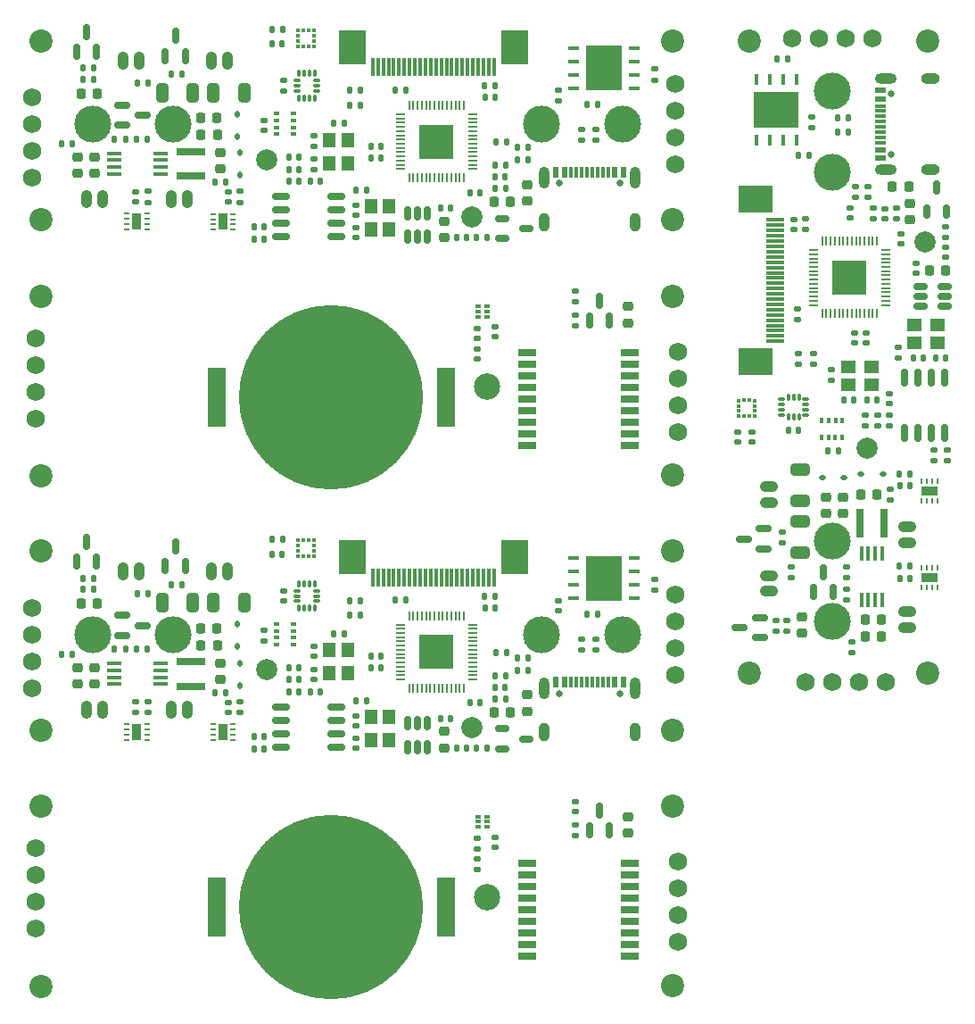
<source format=gbr>
%TF.GenerationSoftware,KiCad,Pcbnew,8.0.2*%
%TF.CreationDate,2024-05-05T17:49:43+09:00*%
%TF.ProjectId,ikafly_rev1_p,696b6166-6c79-45f7-9265-76315f702e6b,rev?*%
%TF.SameCoordinates,Original*%
%TF.FileFunction,Soldermask,Top*%
%TF.FilePolarity,Negative*%
%FSLAX46Y46*%
G04 Gerber Fmt 4.6, Leading zero omitted, Abs format (unit mm)*
G04 Created by KiCad (PCBNEW 8.0.2) date 2024-05-05 17:49:43*
%MOMM*%
%LPD*%
G01*
G04 APERTURE LIST*
G04 Aperture macros list*
%AMRoundRect*
0 Rectangle with rounded corners*
0 $1 Rounding radius*
0 $2 $3 $4 $5 $6 $7 $8 $9 X,Y pos of 4 corners*
0 Add a 4 corners polygon primitive as box body*
4,1,4,$2,$3,$4,$5,$6,$7,$8,$9,$2,$3,0*
0 Add four circle primitives for the rounded corners*
1,1,$1+$1,$2,$3*
1,1,$1+$1,$4,$5*
1,1,$1+$1,$6,$7*
1,1,$1+$1,$8,$9*
0 Add four rect primitives between the rounded corners*
20,1,$1+$1,$2,$3,$4,$5,0*
20,1,$1+$1,$4,$5,$6,$7,0*
20,1,$1+$1,$6,$7,$8,$9,0*
20,1,$1+$1,$8,$9,$2,$3,0*%
G04 Aperture macros list end*
%ADD10R,0.450000X1.425000*%
%ADD11RoundRect,0.135000X0.185000X-0.135000X0.185000X0.135000X-0.185000X0.135000X-0.185000X-0.135000X0*%
%ADD12RoundRect,0.140000X0.140000X0.170000X-0.140000X0.170000X-0.140000X-0.170000X0.140000X-0.170000X0*%
%ADD13RoundRect,0.140000X0.170000X-0.140000X0.170000X0.140000X-0.170000X0.140000X-0.170000X-0.140000X0*%
%ADD14RoundRect,0.135000X-0.185000X0.135000X-0.185000X-0.135000X0.185000X-0.135000X0.185000X0.135000X0*%
%ADD15RoundRect,0.225000X0.250000X-0.225000X0.250000X0.225000X-0.250000X0.225000X-0.250000X-0.225000X0*%
%ADD16O,1.730000X1.030000*%
%ADD17RoundRect,0.225000X-0.250000X0.225000X-0.250000X-0.225000X0.250000X-0.225000X0.250000X0.225000X0*%
%ADD18RoundRect,0.150000X0.150000X-0.675000X0.150000X0.675000X-0.150000X0.675000X-0.150000X-0.675000X0*%
%ADD19RoundRect,0.250000X-0.650000X0.325000X-0.650000X-0.325000X0.650000X-0.325000X0.650000X0.325000X0*%
%ADD20RoundRect,0.140000X-0.170000X0.140000X-0.170000X-0.140000X0.170000X-0.140000X0.170000X0.140000X0*%
%ADD21RoundRect,0.147500X-0.172500X0.147500X-0.172500X-0.147500X0.172500X-0.147500X0.172500X0.147500X0*%
%ADD22R,1.400000X1.200000*%
%ADD23RoundRect,0.135000X0.135000X0.185000X-0.135000X0.185000X-0.135000X-0.185000X0.135000X-0.185000X0*%
%ADD24RoundRect,0.147500X0.172500X-0.147500X0.172500X0.147500X-0.172500X0.147500X-0.172500X-0.147500X0*%
%ADD25RoundRect,0.218750X0.256250X-0.218750X0.256250X0.218750X-0.256250X0.218750X-0.256250X-0.218750X0*%
%ADD26R,0.250000X0.500000*%
%ADD27R,1.600000X0.900000*%
%ADD28RoundRect,0.225000X0.225000X0.250000X-0.225000X0.250000X-0.225000X-0.250000X0.225000X-0.250000X0*%
%ADD29R,0.450000X1.050000*%
%ADD30R,4.350000X3.450000*%
%ADD31R,0.375000X0.350000*%
%ADD32R,0.350000X0.375000*%
%ADD33C,2.000000*%
%ADD34RoundRect,0.150000X0.587500X0.150000X-0.587500X0.150000X-0.587500X-0.150000X0.587500X-0.150000X0*%
%ADD35RoundRect,0.150000X0.150000X-0.512500X0.150000X0.512500X-0.150000X0.512500X-0.150000X-0.512500X0*%
%ADD36RoundRect,0.150000X0.512500X0.150000X-0.512500X0.150000X-0.512500X-0.150000X0.512500X-0.150000X0*%
%ADD37RoundRect,0.050000X-0.387500X-0.050000X0.387500X-0.050000X0.387500X0.050000X-0.387500X0.050000X0*%
%ADD38RoundRect,0.050000X-0.050000X-0.387500X0.050000X-0.387500X0.050000X0.387500X-0.050000X0.387500X0*%
%ADD39R,3.200000X3.200000*%
%ADD40C,2.200000*%
%ADD41RoundRect,0.140000X-0.140000X-0.170000X0.140000X-0.170000X0.140000X0.170000X-0.140000X0.170000X0*%
%ADD42R,0.350000X0.500000*%
%ADD43RoundRect,0.150000X0.150000X-0.587500X0.150000X0.587500X-0.150000X0.587500X-0.150000X-0.587500X0*%
%ADD44C,3.500000*%
%ADD45RoundRect,0.087500X-0.225000X-0.087500X0.225000X-0.087500X0.225000X0.087500X-0.225000X0.087500X0*%
%ADD46RoundRect,0.087500X-0.087500X-0.225000X0.087500X-0.225000X0.087500X0.225000X-0.087500X0.225000X0*%
%ADD47RoundRect,0.218750X-0.218750X-0.256250X0.218750X-0.256250X0.218750X0.256250X-0.218750X0.256250X0*%
%ADD48RoundRect,0.112500X-0.187500X-0.112500X0.187500X-0.112500X0.187500X0.112500X-0.187500X0.112500X0*%
%ADD49RoundRect,0.112500X0.187500X0.112500X-0.187500X0.112500X-0.187500X-0.112500X0.187500X-0.112500X0*%
%ADD50R,3.200000X2.500000*%
%ADD51R,1.800000X0.350000*%
%ADD52C,0.650000*%
%ADD53R,1.140000X0.600000*%
%ADD54R,1.140000X0.300000*%
%ADD55O,2.100000X1.000000*%
%ADD56O,1.800000X1.000000*%
%ADD57C,1.750000*%
%ADD58RoundRect,0.225000X-0.225000X-0.250000X0.225000X-0.250000X0.225000X0.250000X-0.225000X0.250000X0*%
%ADD59R,0.800000X2.700000*%
%ADD60R,1.425000X0.450000*%
%ADD61RoundRect,0.135000X-0.135000X-0.185000X0.135000X-0.185000X0.135000X0.185000X-0.135000X0.185000X0*%
%ADD62O,1.030000X1.730000*%
%ADD63RoundRect,0.150000X-0.675000X-0.150000X0.675000X-0.150000X0.675000X0.150000X-0.675000X0.150000X0*%
%ADD64RoundRect,0.250000X0.325000X0.650000X-0.325000X0.650000X-0.325000X-0.650000X0.325000X-0.650000X0*%
%ADD65RoundRect,0.147500X0.147500X0.172500X-0.147500X0.172500X-0.147500X-0.172500X0.147500X-0.172500X0*%
%ADD66R,0.600000X0.300000*%
%ADD67R,1.200000X1.400000*%
%ADD68RoundRect,0.147500X-0.147500X-0.172500X0.147500X-0.172500X0.147500X0.172500X-0.147500X0.172500X0*%
%ADD69R,0.500000X0.250000*%
%ADD70R,0.900000X1.600000*%
%ADD71R,1.050000X0.450000*%
%ADD72R,3.450000X4.350000*%
%ADD73RoundRect,0.150000X-0.512500X-0.150000X0.512500X-0.150000X0.512500X0.150000X-0.512500X0.150000X0*%
%ADD74R,1.750000X5.600000*%
%ADD75C,17.500000*%
%ADD76RoundRect,0.050000X-0.050000X0.387500X-0.050000X-0.387500X0.050000X-0.387500X0.050000X0.387500X0*%
%ADD77RoundRect,0.050000X-0.387500X0.050000X-0.387500X-0.050000X0.387500X-0.050000X0.387500X0.050000X0*%
%ADD78R,0.500000X0.350000*%
%ADD79RoundRect,0.150000X-0.587500X-0.150000X0.587500X-0.150000X0.587500X0.150000X-0.587500X0.150000X0*%
%ADD80RoundRect,0.087500X-0.087500X0.225000X-0.087500X-0.225000X0.087500X-0.225000X0.087500X0.225000X0*%
%ADD81RoundRect,0.087500X-0.225000X0.087500X-0.225000X-0.087500X0.225000X-0.087500X0.225000X0.087500X0*%
%ADD82RoundRect,0.218750X-0.256250X0.218750X-0.256250X-0.218750X0.256250X-0.218750X0.256250X0.218750X0*%
%ADD83C,2.500000*%
%ADD84RoundRect,0.112500X-0.112500X0.187500X-0.112500X-0.187500X0.112500X-0.187500X0.112500X0.187500X0*%
%ADD85RoundRect,0.112500X0.112500X-0.187500X0.112500X0.187500X-0.112500X0.187500X-0.112500X-0.187500X0*%
%ADD86R,2.500000X3.200000*%
%ADD87R,0.350000X1.800000*%
%ADD88R,0.600000X1.140000*%
%ADD89R,0.300000X1.140000*%
%ADD90O,1.000000X2.100000*%
%ADD91O,1.000000X1.800000*%
%ADD92R,1.800000X0.800000*%
%ADD93R,2.700000X0.800000*%
G04 APERTURE END LIST*
D10*
%TO.C,PS1*%
X168375000Y-102313000D03*
X167725000Y-102313000D03*
X167075000Y-102313000D03*
X166425000Y-102313000D03*
X166425000Y-106737000D03*
X167075000Y-106737000D03*
X167725000Y-106737000D03*
X168375000Y-106737000D03*
%TD*%
D11*
%TO.C,R4*%
X163600000Y-85910000D03*
X163600000Y-84890000D03*
%TD*%
D12*
%TO.C,C23*%
X160480000Y-90650000D03*
X159520000Y-90650000D03*
%TD*%
D13*
%TO.C,C27*%
X167950000Y-90180000D03*
X167950000Y-89220000D03*
%TD*%
D11*
%TO.C,R9*%
X161850000Y-84360000D03*
X161850000Y-83340000D03*
%TD*%
D14*
%TO.C,R22*%
X169150000Y-96190000D03*
X169150000Y-97210000D03*
%TD*%
D15*
%TO.C,C36*%
X171050000Y-70675000D03*
X171050000Y-69125000D03*
%TD*%
D11*
%TO.C,R5*%
X161750000Y-61910000D03*
X161750000Y-60890000D03*
%TD*%
D16*
%TO.C,J2*%
X170750000Y-99782500D03*
X170750000Y-101282500D03*
%TD*%
D13*
%TO.C,C3*%
X165350000Y-70480000D03*
X165350000Y-69520000D03*
%TD*%
D17*
%TO.C,C41*%
X160750000Y-108325000D03*
X160750000Y-109875000D03*
%TD*%
D18*
%TO.C,IC10*%
X170540000Y-90925000D03*
X171810000Y-90925000D03*
X173080000Y-90925000D03*
X174350000Y-90925000D03*
X174350000Y-85675000D03*
X173080000Y-85675000D03*
X171810000Y-85675000D03*
X170540000Y-85675000D03*
%TD*%
D13*
%TO.C,C24*%
X154650000Y-91730000D03*
X154650000Y-90770000D03*
%TD*%
D19*
%TO.C,C37*%
X160650000Y-99250000D03*
X160650000Y-102200000D03*
%TD*%
D20*
%TO.C,C25*%
X156050000Y-90820000D03*
X156050000Y-91780000D03*
%TD*%
D21*
%TO.C,L4*%
X174430000Y-71355000D03*
X174430000Y-72325000D03*
%TD*%
D16*
%TO.C,J1*%
X170750000Y-107852500D03*
X170750000Y-109352500D03*
%TD*%
D13*
%TO.C,C4*%
X167550000Y-70560000D03*
X167550000Y-69600000D03*
%TD*%
D20*
%TO.C,C5*%
X166850000Y-81420000D03*
X166850000Y-82380000D03*
%TD*%
D22*
%TO.C,Y2*%
X173650000Y-80640000D03*
X171450000Y-80640000D03*
X171450000Y-82340000D03*
X173650000Y-82340000D03*
%TD*%
D20*
%TO.C,C31*%
X174412500Y-73270000D03*
X174412500Y-74230000D03*
%TD*%
D11*
%TO.C,R8*%
X160450000Y-84360000D03*
X160450000Y-83340000D03*
%TD*%
D23*
%TO.C,R11*%
X165160000Y-62400000D03*
X164140000Y-62400000D03*
%TD*%
D24*
%TO.C,L3*%
X169100000Y-88135000D03*
X169100000Y-87165000D03*
%TD*%
D25*
%TO.C,F1*%
X164700000Y-98537500D03*
X164700000Y-96962500D03*
%TD*%
D20*
%TO.C,C30*%
X174550000Y-92520000D03*
X174550000Y-93480000D03*
%TD*%
D26*
%TO.C,IC14*%
X172170000Y-97350000D03*
X172670000Y-97350000D03*
X173170000Y-97350000D03*
X173670000Y-97350000D03*
X173670000Y-95450000D03*
X173170000Y-95450000D03*
X172670000Y-95450000D03*
X172170000Y-95450000D03*
D27*
X172920000Y-96400000D03*
%TD*%
D28*
%TO.C,C42*%
X168325000Y-108600000D03*
X166775000Y-108600000D03*
%TD*%
D23*
%TO.C,R3*%
X159460000Y-55400000D03*
X158440000Y-55400000D03*
%TD*%
D29*
%TO.C,IC1*%
X160250000Y-57400000D03*
X158980000Y-57400000D03*
X157710000Y-57400000D03*
X156440000Y-57400000D03*
X156440000Y-63100000D03*
X157710000Y-63100000D03*
X158980000Y-63100000D03*
X160250000Y-63100000D03*
D30*
X158345000Y-60250000D03*
%TD*%
D31*
%TO.C,IC8*%
X154737500Y-87812500D03*
X154737500Y-88312500D03*
X154737500Y-88812500D03*
X154737500Y-89312500D03*
D32*
X155250000Y-89325000D03*
X155750000Y-89325000D03*
D31*
X156262500Y-89312500D03*
X156262500Y-88812500D03*
X156262500Y-88312500D03*
X156262500Y-87812500D03*
D32*
X155750000Y-87800000D03*
X155250000Y-87800000D03*
%TD*%
D33*
%TO.C,AE3*%
X172450000Y-72800000D03*
%TD*%
%TO.C,AE2*%
X167000000Y-92300000D03*
%TD*%
D34*
%TO.C,Q2*%
X157185000Y-101880000D03*
X157185000Y-99980000D03*
X155310000Y-100930000D03*
%TD*%
D23*
%TO.C,R28*%
X171060000Y-94800000D03*
X170040000Y-94800000D03*
%TD*%
D13*
%TO.C,C28*%
X169100000Y-90180000D03*
X169100000Y-89220000D03*
%TD*%
D35*
%TO.C,IC12*%
X172600000Y-69875000D03*
X174500000Y-69875000D03*
X173550000Y-67600000D03*
%TD*%
D22*
%TO.C,Y1*%
X165150000Y-86300000D03*
X167350000Y-86300000D03*
X167350000Y-84600000D03*
X165150000Y-84600000D03*
%TD*%
D12*
%TO.C,C32*%
X174430000Y-83790000D03*
X173470000Y-83790000D03*
%TD*%
D14*
%TO.C,R19*%
X158950000Y-100290000D03*
X158950000Y-101310000D03*
%TD*%
D11*
%TO.C,R21*%
X165050000Y-104610000D03*
X165050000Y-103590000D03*
%TD*%
D36*
%TO.C,IC11*%
X174350000Y-78900000D03*
X174350000Y-77950000D03*
X174350000Y-77000000D03*
X172075000Y-77000000D03*
X172075000Y-77950000D03*
X172075000Y-78900000D03*
%TD*%
D37*
%TO.C,IC2*%
X161875000Y-73550000D03*
X161875000Y-73950000D03*
X161875000Y-74350000D03*
X161875000Y-74750000D03*
X161875000Y-75150000D03*
X161875000Y-75550000D03*
X161875000Y-75950000D03*
X161875000Y-76350000D03*
X161875000Y-76750000D03*
X161875000Y-77150000D03*
X161875000Y-77550000D03*
X161875000Y-77950000D03*
X161875000Y-78350000D03*
X161875000Y-78750000D03*
D38*
X162712500Y-79587500D03*
X163112500Y-79587500D03*
X163512500Y-79587500D03*
X163912500Y-79587500D03*
X164312500Y-79587500D03*
X164712500Y-79587500D03*
X165112500Y-79587500D03*
X165512500Y-79587500D03*
X165912500Y-79587500D03*
X166312500Y-79587500D03*
X166712500Y-79587500D03*
X167112500Y-79587500D03*
X167512500Y-79587500D03*
X167912500Y-79587500D03*
D37*
X168750000Y-78750000D03*
X168750000Y-78350000D03*
X168750000Y-77950000D03*
X168750000Y-77550000D03*
X168750000Y-77150000D03*
X168750000Y-76750000D03*
X168750000Y-76350000D03*
X168750000Y-75950000D03*
X168750000Y-75550000D03*
X168750000Y-75150000D03*
X168750000Y-74750000D03*
X168750000Y-74350000D03*
X168750000Y-73950000D03*
X168750000Y-73550000D03*
D38*
X167912500Y-72712500D03*
X167512500Y-72712500D03*
X167112500Y-72712500D03*
X166712500Y-72712500D03*
X166312500Y-72712500D03*
X165912500Y-72712500D03*
X165512500Y-72712500D03*
X165112500Y-72712500D03*
X164712500Y-72712500D03*
X164312500Y-72712500D03*
X163912500Y-72712500D03*
X163512500Y-72712500D03*
X163112500Y-72712500D03*
X162712500Y-72712500D03*
D39*
X165312500Y-76150000D03*
%TD*%
D12*
%TO.C,C46*%
X171050000Y-95900000D03*
X170090000Y-95900000D03*
%TD*%
D14*
%TO.C,R2*%
X167050000Y-67490000D03*
X167050000Y-68510000D03*
%TD*%
D11*
%TO.C,R15*%
X160400000Y-80110000D03*
X160400000Y-79090000D03*
%TD*%
D13*
%TO.C,C6*%
X161150000Y-71560000D03*
X161150000Y-70600000D03*
%TD*%
D14*
%TO.C,R23*%
X165050000Y-105680000D03*
X165050000Y-106700000D03*
%TD*%
D40*
%TO.C,H4*%
X172750000Y-53700000D03*
%TD*%
D20*
%TO.C,C12*%
X170150000Y-72020000D03*
X170150000Y-72980000D03*
%TD*%
D41*
%TO.C,C11*%
X160470000Y-64600000D03*
X161430000Y-64600000D03*
%TD*%
D20*
%TO.C,C8*%
X165750000Y-81400000D03*
X165750000Y-82360000D03*
%TD*%
D13*
%TO.C,C33*%
X171600000Y-75760000D03*
X171600000Y-74800000D03*
%TD*%
%TO.C,C7*%
X169750000Y-70560000D03*
X169750000Y-69600000D03*
%TD*%
D40*
%TO.C,H3*%
X155750000Y-53700000D03*
%TD*%
%TO.C,H2*%
X172750000Y-113700000D03*
%TD*%
D12*
%TO.C,C44*%
X171030000Y-104700000D03*
X170070000Y-104700000D03*
%TD*%
D42*
%TO.C,IC9*%
X162669057Y-89705000D03*
X163319057Y-89705000D03*
X163969057Y-89705000D03*
X164619057Y-89705000D03*
X164609057Y-91305000D03*
X163959057Y-91305000D03*
X163309057Y-91305000D03*
X162659057Y-91305000D03*
%TD*%
D14*
%TO.C,R1*%
X165850000Y-67490000D03*
X165850000Y-68510000D03*
%TD*%
D20*
%TO.C,C29*%
X173350000Y-92520000D03*
X173350000Y-93480000D03*
%TD*%
D43*
%TO.C,Q3*%
X161850000Y-105937500D03*
X163750000Y-105937500D03*
X162800000Y-104062500D03*
%TD*%
D19*
%TO.C,C38*%
X160650000Y-94400000D03*
X160650000Y-97350000D03*
%TD*%
D44*
%TO.C,BT1*%
X163650000Y-108800000D03*
X163650000Y-101150000D03*
X163650000Y-66150000D03*
X163650000Y-58500000D03*
%TD*%
D11*
%TO.C,R16*%
X169950000Y-83800000D03*
X169950000Y-82780000D03*
%TD*%
D13*
%TO.C,C9*%
X160050000Y-71580000D03*
X160050000Y-70620000D03*
%TD*%
D28*
%TO.C,C43*%
X168325000Y-110200000D03*
X166775000Y-110200000D03*
%TD*%
%TO.C,C35*%
X170925000Y-67500000D03*
X169375000Y-67500000D03*
%TD*%
D14*
%TO.C,R20*%
X159750000Y-103560000D03*
X159750000Y-104580000D03*
%TD*%
D45*
%TO.C,IC7*%
X158837500Y-87700000D03*
X158837500Y-88200000D03*
X158837500Y-88700000D03*
X158837500Y-89200000D03*
D46*
X159500000Y-89362500D03*
X160000000Y-89362500D03*
X160500000Y-89362500D03*
D45*
X161162500Y-89200000D03*
X161162500Y-88700000D03*
X161162500Y-88200000D03*
X161162500Y-87700000D03*
D46*
X160500000Y-87537500D03*
X160000000Y-87537500D03*
X159500000Y-87537500D03*
%TD*%
D47*
%TO.C,L5*%
X172862500Y-75450000D03*
X174437500Y-75450000D03*
%TD*%
D48*
%TO.C,D4*%
X166400000Y-94800000D03*
X168500000Y-94800000D03*
%TD*%
D49*
%TO.C,D3*%
X164800000Y-95100000D03*
X162700000Y-95100000D03*
%TD*%
D50*
%TO.C,J8*%
X156350000Y-84150000D03*
X156350000Y-68750000D03*
D51*
X158250000Y-82200000D03*
X158250000Y-81700000D03*
X158250000Y-81200000D03*
X158250000Y-80700000D03*
X158250000Y-80200000D03*
X158250000Y-79700000D03*
X158250000Y-79200000D03*
X158250000Y-78700000D03*
X158250000Y-78200000D03*
X158250000Y-77700000D03*
X158250000Y-77200000D03*
X158250000Y-76700000D03*
X158250000Y-76200000D03*
X158250000Y-75700000D03*
X158250000Y-75200000D03*
X158250000Y-74700000D03*
X158250000Y-74200000D03*
X158250000Y-73700000D03*
X158250000Y-73200000D03*
X158250000Y-72700000D03*
X158250000Y-72200000D03*
X158250000Y-71700000D03*
X158250000Y-71200000D03*
X158250000Y-70700000D03*
%TD*%
D23*
%TO.C,R10*%
X165160000Y-61000000D03*
X164140000Y-61000000D03*
%TD*%
D34*
%TO.C,Q4*%
X156770000Y-110310000D03*
X156770000Y-108410000D03*
X154895000Y-109360000D03*
%TD*%
D26*
%TO.C,IC13*%
X172150000Y-105550000D03*
X172650000Y-105550000D03*
X173150000Y-105550000D03*
X173650000Y-105550000D03*
X173650000Y-103650000D03*
X173150000Y-103650000D03*
X172650000Y-103650000D03*
X172150000Y-103650000D03*
D27*
X172900000Y-104600000D03*
%TD*%
D16*
%TO.C,J3*%
X157650000Y-105900000D03*
X157650000Y-104400000D03*
%TD*%
%TO.C,J4*%
X157650000Y-97487500D03*
X157650000Y-95987500D03*
%TD*%
D11*
%TO.C,R26*%
X158320000Y-109730000D03*
X158320000Y-108710000D03*
%TD*%
D14*
%TO.C,R25*%
X159380000Y-108700000D03*
X159380000Y-109720000D03*
%TD*%
D40*
%TO.C,H1*%
X155750000Y-113700000D03*
%TD*%
D52*
%TO.C,J6*%
X169270000Y-64510000D03*
X169270000Y-58730000D03*
D53*
X168200000Y-64820000D03*
X168200000Y-64020000D03*
D54*
X168200000Y-63370000D03*
X168200000Y-62870000D03*
X168200000Y-62370000D03*
X168200000Y-61870000D03*
X168200000Y-61370000D03*
X168200000Y-60870000D03*
X168200000Y-60370000D03*
X168200000Y-59870000D03*
D53*
X168200000Y-59220000D03*
X168200000Y-58420000D03*
D55*
X168770000Y-65940000D03*
D56*
X172950000Y-65940000D03*
D55*
X168770000Y-57300000D03*
D56*
X172950000Y-57300000D03*
%TD*%
D57*
%TO.C,J5*%
X161115000Y-114500000D03*
X163655000Y-114500000D03*
X166195000Y-114500000D03*
X168735000Y-114500000D03*
X159845000Y-53500000D03*
X162385000Y-53500000D03*
X164925000Y-53500000D03*
X167465000Y-53500000D03*
%TD*%
D13*
%TO.C,C10*%
X168650000Y-70580000D03*
X168650000Y-69620000D03*
%TD*%
D58*
%TO.C,C40*%
X166375000Y-96700000D03*
X167925000Y-96700000D03*
%TD*%
D17*
%TO.C,C39*%
X163050000Y-96975000D03*
X163050000Y-98525000D03*
%TD*%
D12*
%TO.C,C26*%
X164230000Y-92550000D03*
X163270000Y-92550000D03*
%TD*%
D14*
%TO.C,R24*%
X165550000Y-110690000D03*
X165550000Y-111710000D03*
%TD*%
D41*
%TO.C,C2*%
X166970000Y-87750000D03*
X167930000Y-87750000D03*
%TD*%
D23*
%TO.C,R27*%
X171060000Y-103500000D03*
X170040000Y-103500000D03*
%TD*%
D12*
%TO.C,C1*%
X165730000Y-87750000D03*
X164770000Y-87750000D03*
%TD*%
D59*
%TO.C,L6*%
X166250000Y-99425000D03*
X168550000Y-99425000D03*
%TD*%
D24*
%TO.C,L2*%
X166800000Y-90185000D03*
X166800000Y-89215000D03*
%TD*%
D41*
%TO.C,C34*%
X171350000Y-83790000D03*
X172310000Y-83790000D03*
%TD*%
D60*
%TO.C,PS1*%
X99937000Y-114725000D03*
X99937000Y-114075000D03*
X99937000Y-113425000D03*
X99937000Y-112775000D03*
X95513000Y-112775000D03*
X95513000Y-113425000D03*
X95513000Y-114075000D03*
X95513000Y-114725000D03*
%TD*%
D61*
%TO.C,R4*%
X116340000Y-109950000D03*
X117360000Y-109950000D03*
%TD*%
D13*
%TO.C,C23*%
X111600000Y-106830000D03*
X111600000Y-105870000D03*
%TD*%
D41*
%TO.C,C27*%
X112070000Y-114300000D03*
X113030000Y-114300000D03*
%TD*%
D61*
%TO.C,R9*%
X117890000Y-108200000D03*
X118910000Y-108200000D03*
%TD*%
D23*
%TO.C,R22*%
X106060000Y-115500000D03*
X105040000Y-115500000D03*
%TD*%
D58*
%TO.C,C36*%
X131575000Y-117400000D03*
X133125000Y-117400000D03*
%TD*%
D61*
%TO.C,R5*%
X140340000Y-108100000D03*
X141360000Y-108100000D03*
%TD*%
D62*
%TO.C,J2*%
X102467500Y-117100000D03*
X100967500Y-117100000D03*
%TD*%
D41*
%TO.C,C3*%
X131770000Y-111700000D03*
X132730000Y-111700000D03*
%TD*%
D28*
%TO.C,C41*%
X93925000Y-107100000D03*
X92375000Y-107100000D03*
%TD*%
D63*
%TO.C,IC10*%
X111325000Y-116890000D03*
X111325000Y-118160000D03*
X111325000Y-119430000D03*
X111325000Y-120700000D03*
X116575000Y-120700000D03*
X116575000Y-119430000D03*
X116575000Y-118160000D03*
X116575000Y-116890000D03*
%TD*%
D41*
%TO.C,C24*%
X110520000Y-101000000D03*
X111480000Y-101000000D03*
%TD*%
D13*
%TO.C,C13*%
X129950000Y-132280000D03*
X129950000Y-131320000D03*
%TD*%
D64*
%TO.C,C37*%
X103000000Y-107000000D03*
X100050000Y-107000000D03*
%TD*%
D12*
%TO.C,C25*%
X111430000Y-102400000D03*
X110470000Y-102400000D03*
%TD*%
D24*
%TO.C,L1*%
X129950000Y-130320000D03*
X129950000Y-129350000D03*
%TD*%
D65*
%TO.C,L4*%
X130895000Y-120780000D03*
X129925000Y-120780000D03*
%TD*%
D62*
%TO.C,J1*%
X94397500Y-117100000D03*
X92897500Y-117100000D03*
%TD*%
D66*
%TO.C,IC3*%
X130030000Y-127262500D03*
X130030000Y-127752500D03*
X130030000Y-128272500D03*
X130870000Y-128262500D03*
X130870000Y-127762500D03*
X130870000Y-127262500D03*
%TD*%
D41*
%TO.C,C4*%
X131690000Y-113900000D03*
X132650000Y-113900000D03*
%TD*%
D12*
%TO.C,C5*%
X120830000Y-113200000D03*
X119870000Y-113200000D03*
%TD*%
D67*
%TO.C,Y2*%
X121610000Y-120000000D03*
X121610000Y-117800000D03*
X119910000Y-117800000D03*
X119910000Y-120000000D03*
%TD*%
D12*
%TO.C,C31*%
X128980000Y-120762500D03*
X128020000Y-120762500D03*
%TD*%
D40*
%TO.C,H7*%
X148550000Y-143300000D03*
%TD*%
D15*
%TO.C,C16*%
X144300000Y-128850000D03*
X144300000Y-127300000D03*
%TD*%
D61*
%TO.C,R8*%
X117890000Y-106800000D03*
X118910000Y-106800000D03*
%TD*%
D11*
%TO.C,R11*%
X139850000Y-111510000D03*
X139850000Y-110490000D03*
%TD*%
D68*
%TO.C,L3*%
X114115000Y-115450000D03*
X115085000Y-115450000D03*
%TD*%
D47*
%TO.C,F1*%
X103712500Y-111050000D03*
X105287500Y-111050000D03*
%TD*%
D12*
%TO.C,C30*%
X109730000Y-120900000D03*
X108770000Y-120900000D03*
%TD*%
D69*
%TO.C,IC14*%
X104900000Y-118520000D03*
X104900000Y-119020000D03*
X104900000Y-119520000D03*
X104900000Y-120020000D03*
X106800000Y-120020000D03*
X106800000Y-119520000D03*
X106800000Y-119020000D03*
X106800000Y-118520000D03*
D70*
X105850000Y-119270000D03*
%TD*%
D15*
%TO.C,C42*%
X93650000Y-114675000D03*
X93650000Y-113125000D03*
%TD*%
D11*
%TO.C,R3*%
X146850000Y-105810000D03*
X146850000Y-104790000D03*
%TD*%
D71*
%TO.C,IC1*%
X144850000Y-106600000D03*
X144850000Y-105330000D03*
X144850000Y-104060000D03*
X144850000Y-102790000D03*
X139150000Y-102790000D03*
X139150000Y-104060000D03*
X139150000Y-105330000D03*
X139150000Y-106600000D03*
D72*
X142000000Y-104695000D03*
%TD*%
D32*
%TO.C,IC8*%
X114437500Y-101087500D03*
X113937500Y-101087500D03*
X113437500Y-101087500D03*
X112937500Y-101087500D03*
D31*
X112925000Y-101600000D03*
X112925000Y-102100000D03*
D32*
X112937500Y-102612500D03*
X113437500Y-102612500D03*
X113937500Y-102612500D03*
X114437500Y-102612500D03*
D31*
X114450000Y-102100000D03*
X114450000Y-101600000D03*
%TD*%
D33*
%TO.C,AE3*%
X129450000Y-118800000D03*
%TD*%
D13*
%TO.C,C15*%
X139300000Y-126810000D03*
X139300000Y-125850000D03*
%TD*%
D33*
%TO.C,AE2*%
X109950000Y-113350000D03*
%TD*%
D14*
%TO.C,R12*%
X139300000Y-128090000D03*
X139300000Y-129110000D03*
%TD*%
D43*
%TO.C,Q1*%
X140620000Y-128600000D03*
X142520000Y-128600000D03*
X141570000Y-126725000D03*
%TD*%
%TO.C,Q2*%
X100370000Y-103535000D03*
X102270000Y-103535000D03*
X101320000Y-101660000D03*
%TD*%
D11*
%TO.C,R28*%
X107450000Y-117410000D03*
X107450000Y-116390000D03*
%TD*%
D41*
%TO.C,C28*%
X112070000Y-115450000D03*
X113030000Y-115450000D03*
%TD*%
D73*
%TO.C,IC12*%
X132375000Y-118950000D03*
X132375000Y-120850000D03*
X134650000Y-119900000D03*
%TD*%
D74*
%TO.C,BT2*%
X105225000Y-135880000D03*
X126975000Y-135880000D03*
D75*
X116100000Y-135880000D03*
%TD*%
D67*
%TO.C,Y1*%
X115950000Y-111500000D03*
X115950000Y-113700000D03*
X117650000Y-113700000D03*
X117650000Y-111500000D03*
%TD*%
D13*
%TO.C,C32*%
X118460000Y-120780000D03*
X118460000Y-119820000D03*
%TD*%
D23*
%TO.C,R19*%
X101960000Y-105300000D03*
X100940000Y-105300000D03*
%TD*%
D61*
%TO.C,R21*%
X97640000Y-111400000D03*
X98660000Y-111400000D03*
%TD*%
D35*
%TO.C,IC11*%
X123350000Y-120700000D03*
X124300000Y-120700000D03*
X125250000Y-120700000D03*
X125250000Y-118425000D03*
X124300000Y-118425000D03*
X123350000Y-118425000D03*
%TD*%
D76*
%TO.C,IC2*%
X128700000Y-108225000D03*
X128300000Y-108225000D03*
X127900000Y-108225000D03*
X127500000Y-108225000D03*
X127100000Y-108225000D03*
X126700000Y-108225000D03*
X126300000Y-108225000D03*
X125900000Y-108225000D03*
X125500000Y-108225000D03*
X125100000Y-108225000D03*
X124700000Y-108225000D03*
X124300000Y-108225000D03*
X123900000Y-108225000D03*
X123500000Y-108225000D03*
D77*
X122662500Y-109062500D03*
X122662500Y-109462500D03*
X122662500Y-109862500D03*
X122662500Y-110262500D03*
X122662500Y-110662500D03*
X122662500Y-111062500D03*
X122662500Y-111462500D03*
X122662500Y-111862500D03*
X122662500Y-112262500D03*
X122662500Y-112662500D03*
X122662500Y-113062500D03*
X122662500Y-113462500D03*
X122662500Y-113862500D03*
X122662500Y-114262500D03*
D76*
X123500000Y-115100000D03*
X123900000Y-115100000D03*
X124300000Y-115100000D03*
X124700000Y-115100000D03*
X125100000Y-115100000D03*
X125500000Y-115100000D03*
X125900000Y-115100000D03*
X126300000Y-115100000D03*
X126700000Y-115100000D03*
X127100000Y-115100000D03*
X127500000Y-115100000D03*
X127900000Y-115100000D03*
X128300000Y-115100000D03*
X128700000Y-115100000D03*
D77*
X129537500Y-114262500D03*
X129537500Y-113862500D03*
X129537500Y-113462500D03*
X129537500Y-113062500D03*
X129537500Y-112662500D03*
X129537500Y-112262500D03*
X129537500Y-111862500D03*
X129537500Y-111462500D03*
X129537500Y-111062500D03*
X129537500Y-110662500D03*
X129537500Y-110262500D03*
X129537500Y-109862500D03*
X129537500Y-109462500D03*
X129537500Y-109062500D03*
D39*
X126100000Y-111662500D03*
%TD*%
D13*
%TO.C,C46*%
X106350000Y-117400000D03*
X106350000Y-116440000D03*
%TD*%
D23*
%TO.C,R2*%
X134760000Y-113400000D03*
X133740000Y-113400000D03*
%TD*%
D61*
%TO.C,R15*%
X122140000Y-106750000D03*
X123160000Y-106750000D03*
%TD*%
D41*
%TO.C,C6*%
X130690000Y-107500000D03*
X131650000Y-107500000D03*
%TD*%
D23*
%TO.C,R23*%
X96570000Y-111400000D03*
X95550000Y-111400000D03*
%TD*%
D40*
%TO.C,H4*%
X148550000Y-119100000D03*
%TD*%
D12*
%TO.C,C12*%
X130230000Y-116500000D03*
X129270000Y-116500000D03*
%TD*%
D20*
%TO.C,C11*%
X137650000Y-106820000D03*
X137650000Y-107780000D03*
%TD*%
D40*
%TO.C,H5*%
X88550000Y-126300000D03*
%TD*%
D12*
%TO.C,C8*%
X120850000Y-112100000D03*
X119890000Y-112100000D03*
%TD*%
D41*
%TO.C,C33*%
X126490000Y-117950000D03*
X127450000Y-117950000D03*
%TD*%
%TO.C,C7*%
X131690000Y-116100000D03*
X132650000Y-116100000D03*
%TD*%
D40*
%TO.C,H3*%
X148550000Y-102100000D03*
%TD*%
%TO.C,H2*%
X88550000Y-119100000D03*
%TD*%
D13*
%TO.C,C44*%
X97550000Y-117380000D03*
X97550000Y-116420000D03*
%TD*%
D78*
%TO.C,IC9*%
X112545000Y-109019057D03*
X112545000Y-109669057D03*
X112545000Y-110319057D03*
X112545000Y-110969057D03*
X110945000Y-110959057D03*
X110945000Y-110309057D03*
X110945000Y-109659057D03*
X110945000Y-109009057D03*
%TD*%
D23*
%TO.C,R1*%
X134760000Y-112200000D03*
X133740000Y-112200000D03*
%TD*%
D12*
%TO.C,C29*%
X109730000Y-119700000D03*
X108770000Y-119700000D03*
%TD*%
D79*
%TO.C,Q3*%
X96312500Y-108200000D03*
X96312500Y-110100000D03*
X98187500Y-109150000D03*
%TD*%
D64*
%TO.C,C38*%
X107850000Y-107000000D03*
X104900000Y-107000000D03*
%TD*%
D44*
%TO.C,BT1*%
X93450000Y-110000000D03*
X101100000Y-110000000D03*
X136100000Y-110000000D03*
X143750000Y-110000000D03*
%TD*%
D57*
%TO.C,J7*%
X149050000Y-131570000D03*
X149050000Y-134110000D03*
X149050000Y-136650000D03*
X149050000Y-139190000D03*
X88050000Y-130300000D03*
X88050000Y-132840000D03*
X88050000Y-135380000D03*
X88050000Y-137920000D03*
%TD*%
D61*
%TO.C,R16*%
X118450000Y-116300000D03*
X119470000Y-116300000D03*
%TD*%
D41*
%TO.C,C9*%
X130670000Y-106400000D03*
X131630000Y-106400000D03*
%TD*%
D15*
%TO.C,C43*%
X92050000Y-114675000D03*
X92050000Y-113125000D03*
%TD*%
%TO.C,C35*%
X134750000Y-117275000D03*
X134750000Y-115725000D03*
%TD*%
D40*
%TO.C,H6*%
X88550000Y-143400000D03*
%TD*%
D23*
%TO.C,R20*%
X98690000Y-106100000D03*
X97670000Y-106100000D03*
%TD*%
D80*
%TO.C,IC7*%
X114550000Y-105187500D03*
X114050000Y-105187500D03*
X113550000Y-105187500D03*
X113050000Y-105187500D03*
D81*
X112887500Y-105850000D03*
X112887500Y-106350000D03*
X112887500Y-106850000D03*
D80*
X113050000Y-107512500D03*
X113550000Y-107512500D03*
X114050000Y-107512500D03*
X114550000Y-107512500D03*
D81*
X114712500Y-106850000D03*
X114712500Y-106350000D03*
X114712500Y-105850000D03*
%TD*%
D82*
%TO.C,L5*%
X126800000Y-119212500D03*
X126800000Y-120787500D03*
%TD*%
D20*
%TO.C,C14*%
X131650000Y-129220000D03*
X131650000Y-130180000D03*
%TD*%
D83*
%TO.C,AE1*%
X130900000Y-134880000D03*
%TD*%
D84*
%TO.C,D4*%
X107450000Y-112750000D03*
X107450000Y-114850000D03*
%TD*%
D85*
%TO.C,D3*%
X107150000Y-111150000D03*
X107150000Y-109050000D03*
%TD*%
D86*
%TO.C,J8*%
X118100000Y-102700000D03*
X133500000Y-102700000D03*
D87*
X120050000Y-104600000D03*
X120550000Y-104600000D03*
X121050000Y-104600000D03*
X121550000Y-104600000D03*
X122050000Y-104600000D03*
X122550000Y-104600000D03*
X123050000Y-104600000D03*
X123550000Y-104600000D03*
X124050000Y-104600000D03*
X124550000Y-104600000D03*
X125050000Y-104600000D03*
X125550000Y-104600000D03*
X126050000Y-104600000D03*
X126550000Y-104600000D03*
X127050000Y-104600000D03*
X127550000Y-104600000D03*
X128050000Y-104600000D03*
X128550000Y-104600000D03*
X129050000Y-104600000D03*
X129550000Y-104600000D03*
X130050000Y-104600000D03*
X130550000Y-104600000D03*
X131050000Y-104600000D03*
X131550000Y-104600000D03*
%TD*%
D11*
%TO.C,R10*%
X141250000Y-111510000D03*
X141250000Y-110490000D03*
%TD*%
D43*
%TO.C,Q4*%
X91940000Y-103120000D03*
X93840000Y-103120000D03*
X92890000Y-101245000D03*
%TD*%
D69*
%TO.C,IC13*%
X96700000Y-118500000D03*
X96700000Y-119000000D03*
X96700000Y-119500000D03*
X96700000Y-120000000D03*
X98600000Y-120000000D03*
X98600000Y-119500000D03*
X98600000Y-119000000D03*
X98600000Y-118500000D03*
D70*
X97650000Y-119250000D03*
%TD*%
D62*
%TO.C,J3*%
X96350000Y-104000000D03*
X97850000Y-104000000D03*
%TD*%
%TO.C,J4*%
X104762500Y-104000000D03*
X106262500Y-104000000D03*
%TD*%
D61*
%TO.C,R26*%
X92520000Y-104670000D03*
X93540000Y-104670000D03*
%TD*%
D23*
%TO.C,R25*%
X93550000Y-105730000D03*
X92530000Y-105730000D03*
%TD*%
D40*
%TO.C,H1*%
X88550000Y-102100000D03*
%TD*%
D52*
%TO.C,J6*%
X137740000Y-115620000D03*
X143520000Y-115620000D03*
D88*
X137430000Y-114550000D03*
X138230000Y-114550000D03*
D89*
X138880000Y-114550000D03*
X139380000Y-114550000D03*
X139880000Y-114550000D03*
X140380000Y-114550000D03*
X140880000Y-114550000D03*
X141380000Y-114550000D03*
X141880000Y-114550000D03*
X142380000Y-114550000D03*
D88*
X143030000Y-114550000D03*
X143830000Y-114550000D03*
D90*
X136310000Y-115120000D03*
D91*
X136310000Y-119300000D03*
D90*
X144950000Y-115120000D03*
D91*
X144950000Y-119300000D03*
%TD*%
D57*
%TO.C,J5*%
X87750000Y-107465000D03*
X87750000Y-110005000D03*
X87750000Y-112545000D03*
X87750000Y-115085000D03*
X148750000Y-106195000D03*
X148750000Y-108735000D03*
X148750000Y-111275000D03*
X148750000Y-113815000D03*
%TD*%
D41*
%TO.C,C10*%
X131670000Y-115000000D03*
X132630000Y-115000000D03*
%TD*%
D17*
%TO.C,C40*%
X105550000Y-112725000D03*
X105550000Y-114275000D03*
%TD*%
D28*
%TO.C,C39*%
X105275000Y-109400000D03*
X103725000Y-109400000D03*
%TD*%
D13*
%TO.C,C26*%
X109700000Y-110580000D03*
X109700000Y-109620000D03*
%TD*%
D23*
%TO.C,R24*%
X91560000Y-111900000D03*
X90540000Y-111900000D03*
%TD*%
D20*
%TO.C,C2*%
X114500000Y-113320000D03*
X114500000Y-114280000D03*
%TD*%
D92*
%TO.C,IC4*%
X144450000Y-140500000D03*
X144450000Y-139400000D03*
X144450000Y-138300000D03*
X144450000Y-137200000D03*
X144450000Y-136100000D03*
X144450000Y-135000000D03*
X144450000Y-133900000D03*
X144450000Y-132800000D03*
X144450000Y-131700000D03*
X134750000Y-131700000D03*
X134750000Y-132800000D03*
X134750000Y-133900000D03*
X134750000Y-135000000D03*
X134750000Y-136100000D03*
X134750000Y-137200000D03*
X134750000Y-138300000D03*
X134750000Y-139400000D03*
X134750000Y-140500000D03*
%TD*%
D40*
%TO.C,H8*%
X148550000Y-126300000D03*
%TD*%
D11*
%TO.C,R27*%
X98750000Y-117410000D03*
X98750000Y-116390000D03*
%TD*%
D13*
%TO.C,C1*%
X114500000Y-112080000D03*
X114500000Y-111120000D03*
%TD*%
D93*
%TO.C,L6*%
X102825000Y-112600000D03*
X102825000Y-114900000D03*
%TD*%
D68*
%TO.C,L2*%
X112065000Y-113150000D03*
X113035000Y-113150000D03*
%TD*%
D20*
%TO.C,C34*%
X118460000Y-117700000D03*
X118460000Y-118660000D03*
%TD*%
D13*
%TO.C,C23*%
X111600000Y-58430000D03*
X111600000Y-57470000D03*
%TD*%
D58*
%TO.C,C36*%
X131575000Y-69000000D03*
X133125000Y-69000000D03*
%TD*%
D61*
%TO.C,R5*%
X140340000Y-59700000D03*
X141360000Y-59700000D03*
%TD*%
D41*
%TO.C,C27*%
X112070000Y-65900000D03*
X113030000Y-65900000D03*
%TD*%
%TO.C,C3*%
X131770000Y-63300000D03*
X132730000Y-63300000D03*
%TD*%
D28*
%TO.C,C41*%
X93925000Y-58700000D03*
X92375000Y-58700000D03*
%TD*%
D12*
%TO.C,C25*%
X111430000Y-54000000D03*
X110470000Y-54000000D03*
%TD*%
D65*
%TO.C,L4*%
X130895000Y-72380000D03*
X129925000Y-72380000D03*
%TD*%
D23*
%TO.C,R22*%
X106060000Y-67100000D03*
X105040000Y-67100000D03*
%TD*%
D41*
%TO.C,C24*%
X110520000Y-52600000D03*
X111480000Y-52600000D03*
%TD*%
D24*
%TO.C,L1*%
X129950000Y-81920000D03*
X129950000Y-80950000D03*
%TD*%
D61*
%TO.C,R4*%
X116340000Y-61550000D03*
X117360000Y-61550000D03*
%TD*%
%TO.C,R9*%
X117890000Y-59800000D03*
X118910000Y-59800000D03*
%TD*%
D60*
%TO.C,PS1*%
X99937000Y-66325000D03*
X99937000Y-65675000D03*
X99937000Y-65025000D03*
X99937000Y-64375000D03*
X95513000Y-64375000D03*
X95513000Y-65025000D03*
X95513000Y-65675000D03*
X95513000Y-66325000D03*
%TD*%
D63*
%TO.C,IC10*%
X111325000Y-68490000D03*
X111325000Y-69760000D03*
X111325000Y-71030000D03*
X111325000Y-72300000D03*
X116575000Y-72300000D03*
X116575000Y-71030000D03*
X116575000Y-69760000D03*
X116575000Y-68490000D03*
%TD*%
D62*
%TO.C,J2*%
X102467500Y-68700000D03*
X100967500Y-68700000D03*
%TD*%
D13*
%TO.C,C13*%
X129950000Y-83880000D03*
X129950000Y-82920000D03*
%TD*%
D64*
%TO.C,C37*%
X103000000Y-58600000D03*
X100050000Y-58600000D03*
%TD*%
D40*
%TO.C,H7*%
X148550000Y-94900000D03*
%TD*%
D11*
%TO.C,R11*%
X139850000Y-63110000D03*
X139850000Y-62090000D03*
%TD*%
D41*
%TO.C,C4*%
X131690000Y-65500000D03*
X132650000Y-65500000D03*
%TD*%
D61*
%TO.C,R8*%
X117890000Y-58400000D03*
X118910000Y-58400000D03*
%TD*%
D15*
%TO.C,C16*%
X144300000Y-80450000D03*
X144300000Y-78900000D03*
%TD*%
D68*
%TO.C,L3*%
X114115000Y-67050000D03*
X115085000Y-67050000D03*
%TD*%
D47*
%TO.C,F1*%
X103712500Y-62650000D03*
X105287500Y-62650000D03*
%TD*%
D12*
%TO.C,C30*%
X109730000Y-72500000D03*
X108770000Y-72500000D03*
%TD*%
D71*
%TO.C,IC1*%
X144850000Y-58200000D03*
X144850000Y-56930000D03*
X144850000Y-55660000D03*
X144850000Y-54390000D03*
X139150000Y-54390000D03*
X139150000Y-55660000D03*
X139150000Y-56930000D03*
X139150000Y-58200000D03*
D72*
X142000000Y-56295000D03*
%TD*%
D69*
%TO.C,IC14*%
X104900000Y-70120000D03*
X104900000Y-70620000D03*
X104900000Y-71120000D03*
X104900000Y-71620000D03*
X106800000Y-71620000D03*
X106800000Y-71120000D03*
X106800000Y-70620000D03*
X106800000Y-70120000D03*
D70*
X105850000Y-70870000D03*
%TD*%
D11*
%TO.C,R3*%
X146850000Y-57410000D03*
X146850000Y-56390000D03*
%TD*%
D15*
%TO.C,C42*%
X93650000Y-66275000D03*
X93650000Y-64725000D03*
%TD*%
D32*
%TO.C,IC8*%
X114437500Y-52687500D03*
X113937500Y-52687500D03*
X113437500Y-52687500D03*
X112937500Y-52687500D03*
D31*
X112925000Y-53200000D03*
X112925000Y-53700000D03*
D32*
X112937500Y-54212500D03*
X113437500Y-54212500D03*
X113937500Y-54212500D03*
X114437500Y-54212500D03*
D31*
X114450000Y-53700000D03*
X114450000Y-53200000D03*
%TD*%
D66*
%TO.C,IC3*%
X130030000Y-78862500D03*
X130030000Y-79352500D03*
X130030000Y-79872500D03*
X130870000Y-79862500D03*
X130870000Y-79362500D03*
X130870000Y-78862500D03*
%TD*%
D62*
%TO.C,J1*%
X94397500Y-68700000D03*
X92897500Y-68700000D03*
%TD*%
D67*
%TO.C,Y2*%
X121610000Y-71600000D03*
X121610000Y-69400000D03*
X119910000Y-69400000D03*
X119910000Y-71600000D03*
%TD*%
D12*
%TO.C,C31*%
X128980000Y-72362500D03*
X128020000Y-72362500D03*
%TD*%
%TO.C,C5*%
X120830000Y-64800000D03*
X119870000Y-64800000D03*
%TD*%
D13*
%TO.C,C46*%
X106350000Y-69000000D03*
X106350000Y-68040000D03*
%TD*%
D33*
%TO.C,AE3*%
X129450000Y-70400000D03*
%TD*%
D43*
%TO.C,Q2*%
X100370000Y-55135000D03*
X102270000Y-55135000D03*
X101320000Y-53260000D03*
%TD*%
D13*
%TO.C,C15*%
X139300000Y-78410000D03*
X139300000Y-77450000D03*
%TD*%
D23*
%TO.C,R2*%
X134760000Y-65000000D03*
X133740000Y-65000000D03*
%TD*%
D41*
%TO.C,C28*%
X112070000Y-67050000D03*
X113030000Y-67050000D03*
%TD*%
D73*
%TO.C,IC12*%
X132375000Y-70550000D03*
X132375000Y-72450000D03*
X134650000Y-71500000D03*
%TD*%
D13*
%TO.C,C32*%
X118460000Y-72380000D03*
X118460000Y-71420000D03*
%TD*%
D76*
%TO.C,IC2*%
X128700000Y-59825000D03*
X128300000Y-59825000D03*
X127900000Y-59825000D03*
X127500000Y-59825000D03*
X127100000Y-59825000D03*
X126700000Y-59825000D03*
X126300000Y-59825000D03*
X125900000Y-59825000D03*
X125500000Y-59825000D03*
X125100000Y-59825000D03*
X124700000Y-59825000D03*
X124300000Y-59825000D03*
X123900000Y-59825000D03*
X123500000Y-59825000D03*
D77*
X122662500Y-60662500D03*
X122662500Y-61062500D03*
X122662500Y-61462500D03*
X122662500Y-61862500D03*
X122662500Y-62262500D03*
X122662500Y-62662500D03*
X122662500Y-63062500D03*
X122662500Y-63462500D03*
X122662500Y-63862500D03*
X122662500Y-64262500D03*
X122662500Y-64662500D03*
X122662500Y-65062500D03*
X122662500Y-65462500D03*
X122662500Y-65862500D03*
D76*
X123500000Y-66700000D03*
X123900000Y-66700000D03*
X124300000Y-66700000D03*
X124700000Y-66700000D03*
X125100000Y-66700000D03*
X125500000Y-66700000D03*
X125900000Y-66700000D03*
X126300000Y-66700000D03*
X126700000Y-66700000D03*
X127100000Y-66700000D03*
X127500000Y-66700000D03*
X127900000Y-66700000D03*
X128300000Y-66700000D03*
X128700000Y-66700000D03*
D77*
X129537500Y-65862500D03*
X129537500Y-65462500D03*
X129537500Y-65062500D03*
X129537500Y-64662500D03*
X129537500Y-64262500D03*
X129537500Y-63862500D03*
X129537500Y-63462500D03*
X129537500Y-63062500D03*
X129537500Y-62662500D03*
X129537500Y-62262500D03*
X129537500Y-61862500D03*
X129537500Y-61462500D03*
X129537500Y-61062500D03*
X129537500Y-60662500D03*
D39*
X126100000Y-63262500D03*
%TD*%
D14*
%TO.C,R12*%
X139300000Y-79690000D03*
X139300000Y-80710000D03*
%TD*%
D33*
%TO.C,AE2*%
X109950000Y-64950000D03*
%TD*%
D11*
%TO.C,R28*%
X107450000Y-69010000D03*
X107450000Y-67990000D03*
%TD*%
D67*
%TO.C,Y1*%
X115950000Y-63100000D03*
X115950000Y-65300000D03*
X117650000Y-65300000D03*
X117650000Y-63100000D03*
%TD*%
D43*
%TO.C,Q1*%
X140620000Y-80200000D03*
X142520000Y-80200000D03*
X141570000Y-78325000D03*
%TD*%
D23*
%TO.C,R19*%
X101960000Y-56900000D03*
X100940000Y-56900000D03*
%TD*%
D61*
%TO.C,R21*%
X97640000Y-63000000D03*
X98660000Y-63000000D03*
%TD*%
D74*
%TO.C,BT2*%
X105225000Y-87480000D03*
X126975000Y-87480000D03*
D75*
X116100000Y-87480000D03*
%TD*%
D35*
%TO.C,IC11*%
X123350000Y-72300000D03*
X124300000Y-72300000D03*
X125250000Y-72300000D03*
X125250000Y-70025000D03*
X124300000Y-70025000D03*
X123350000Y-70025000D03*
%TD*%
D61*
%TO.C,R15*%
X122140000Y-58350000D03*
X123160000Y-58350000D03*
%TD*%
D79*
%TO.C,Q3*%
X96312500Y-59800000D03*
X96312500Y-61700000D03*
X98187500Y-60750000D03*
%TD*%
D64*
%TO.C,C38*%
X107850000Y-58600000D03*
X104900000Y-58600000D03*
%TD*%
D20*
%TO.C,C11*%
X137650000Y-58420000D03*
X137650000Y-59380000D03*
%TD*%
D12*
%TO.C,C12*%
X130230000Y-68100000D03*
X129270000Y-68100000D03*
%TD*%
D40*
%TO.C,H5*%
X88550000Y-77900000D03*
%TD*%
D41*
%TO.C,C6*%
X130690000Y-59100000D03*
X131650000Y-59100000D03*
%TD*%
%TO.C,C33*%
X126490000Y-69550000D03*
X127450000Y-69550000D03*
%TD*%
D13*
%TO.C,C44*%
X97550000Y-68980000D03*
X97550000Y-68020000D03*
%TD*%
D78*
%TO.C,IC9*%
X112545000Y-60619057D03*
X112545000Y-61269057D03*
X112545000Y-61919057D03*
X112545000Y-62569057D03*
X110945000Y-62559057D03*
X110945000Y-61909057D03*
X110945000Y-61259057D03*
X110945000Y-60609057D03*
%TD*%
D23*
%TO.C,R23*%
X96570000Y-63000000D03*
X95550000Y-63000000D03*
%TD*%
D12*
%TO.C,C8*%
X120850000Y-63700000D03*
X119890000Y-63700000D03*
%TD*%
D40*
%TO.C,H3*%
X148550000Y-53700000D03*
%TD*%
D41*
%TO.C,C7*%
X131690000Y-67700000D03*
X132650000Y-67700000D03*
%TD*%
D23*
%TO.C,R1*%
X134760000Y-63800000D03*
X133740000Y-63800000D03*
%TD*%
D40*
%TO.C,H2*%
X88550000Y-70700000D03*
%TD*%
D12*
%TO.C,C29*%
X109730000Y-71300000D03*
X108770000Y-71300000D03*
%TD*%
D40*
%TO.C,H4*%
X148550000Y-70700000D03*
%TD*%
D44*
%TO.C,BT1*%
X93450000Y-61600000D03*
X101100000Y-61600000D03*
X136100000Y-61600000D03*
X143750000Y-61600000D03*
%TD*%
D57*
%TO.C,J7*%
X149050000Y-83170000D03*
X149050000Y-85710000D03*
X149050000Y-88250000D03*
X149050000Y-90790000D03*
X88050000Y-81900000D03*
X88050000Y-84440000D03*
X88050000Y-86980000D03*
X88050000Y-89520000D03*
%TD*%
D84*
%TO.C,D4*%
X107450000Y-64350000D03*
X107450000Y-66450000D03*
%TD*%
D82*
%TO.C,L5*%
X126800000Y-70812500D03*
X126800000Y-72387500D03*
%TD*%
D83*
%TO.C,AE1*%
X130900000Y-86480000D03*
%TD*%
D61*
%TO.C,R16*%
X118450000Y-67900000D03*
X119470000Y-67900000D03*
%TD*%
D41*
%TO.C,C9*%
X130670000Y-58000000D03*
X131630000Y-58000000D03*
%TD*%
D85*
%TO.C,D3*%
X107150000Y-62750000D03*
X107150000Y-60650000D03*
%TD*%
D15*
%TO.C,C43*%
X92050000Y-66275000D03*
X92050000Y-64725000D03*
%TD*%
D80*
%TO.C,IC7*%
X114550000Y-56787500D03*
X114050000Y-56787500D03*
X113550000Y-56787500D03*
X113050000Y-56787500D03*
D81*
X112887500Y-57450000D03*
X112887500Y-57950000D03*
X112887500Y-58450000D03*
D80*
X113050000Y-59112500D03*
X113550000Y-59112500D03*
X114050000Y-59112500D03*
X114550000Y-59112500D03*
D81*
X114712500Y-58450000D03*
X114712500Y-57950000D03*
X114712500Y-57450000D03*
%TD*%
D23*
%TO.C,R20*%
X98690000Y-57700000D03*
X97670000Y-57700000D03*
%TD*%
D20*
%TO.C,C14*%
X131650000Y-80820000D03*
X131650000Y-81780000D03*
%TD*%
D15*
%TO.C,C35*%
X134750000Y-68875000D03*
X134750000Y-67325000D03*
%TD*%
D40*
%TO.C,H6*%
X88550000Y-95000000D03*
%TD*%
D43*
%TO.C,Q4*%
X91940000Y-54720000D03*
X93840000Y-54720000D03*
X92890000Y-52845000D03*
%TD*%
D23*
%TO.C,R25*%
X93550000Y-57330000D03*
X92530000Y-57330000D03*
%TD*%
D62*
%TO.C,J3*%
X96350000Y-55600000D03*
X97850000Y-55600000D03*
%TD*%
D40*
%TO.C,H1*%
X88550000Y-53700000D03*
%TD*%
D69*
%TO.C,IC13*%
X96700000Y-70100000D03*
X96700000Y-70600000D03*
X96700000Y-71100000D03*
X96700000Y-71600000D03*
X98600000Y-71600000D03*
X98600000Y-71100000D03*
X98600000Y-70600000D03*
X98600000Y-70100000D03*
D70*
X97650000Y-70850000D03*
%TD*%
D52*
%TO.C,J6*%
X137740000Y-67220000D03*
X143520000Y-67220000D03*
D88*
X137430000Y-66150000D03*
X138230000Y-66150000D03*
D89*
X138880000Y-66150000D03*
X139380000Y-66150000D03*
X139880000Y-66150000D03*
X140380000Y-66150000D03*
X140880000Y-66150000D03*
X141380000Y-66150000D03*
X141880000Y-66150000D03*
X142380000Y-66150000D03*
D88*
X143030000Y-66150000D03*
X143830000Y-66150000D03*
D90*
X136310000Y-66720000D03*
D91*
X136310000Y-70900000D03*
D90*
X144950000Y-66720000D03*
D91*
X144950000Y-70900000D03*
%TD*%
D57*
%TO.C,J5*%
X87750000Y-59065000D03*
X87750000Y-61605000D03*
X87750000Y-64145000D03*
X87750000Y-66685000D03*
X148750000Y-57795000D03*
X148750000Y-60335000D03*
X148750000Y-62875000D03*
X148750000Y-65415000D03*
%TD*%
D61*
%TO.C,R26*%
X92520000Y-56270000D03*
X93540000Y-56270000D03*
%TD*%
D62*
%TO.C,J4*%
X104762500Y-55600000D03*
X106262500Y-55600000D03*
%TD*%
D92*
%TO.C,IC4*%
X144450000Y-92100000D03*
X144450000Y-91000000D03*
X144450000Y-89900000D03*
X144450000Y-88800000D03*
X144450000Y-87700000D03*
X144450000Y-86600000D03*
X144450000Y-85500000D03*
X144450000Y-84400000D03*
X144450000Y-83300000D03*
X134750000Y-83300000D03*
X134750000Y-84400000D03*
X134750000Y-85500000D03*
X134750000Y-86600000D03*
X134750000Y-87700000D03*
X134750000Y-88800000D03*
X134750000Y-89900000D03*
X134750000Y-91000000D03*
X134750000Y-92100000D03*
%TD*%
D40*
%TO.C,H8*%
X148550000Y-77900000D03*
%TD*%
D11*
%TO.C,R27*%
X98750000Y-69010000D03*
X98750000Y-67990000D03*
%TD*%
D13*
%TO.C,C1*%
X114500000Y-63680000D03*
X114500000Y-62720000D03*
%TD*%
D93*
%TO.C,L6*%
X102825000Y-64200000D03*
X102825000Y-66500000D03*
%TD*%
D68*
%TO.C,L2*%
X112065000Y-64750000D03*
X113035000Y-64750000D03*
%TD*%
D23*
%TO.C,R24*%
X91560000Y-63500000D03*
X90540000Y-63500000D03*
%TD*%
D20*
%TO.C,C2*%
X114500000Y-64920000D03*
X114500000Y-65880000D03*
%TD*%
D86*
%TO.C,J8*%
X118100000Y-54300000D03*
X133500000Y-54300000D03*
D87*
X120050000Y-56200000D03*
X120550000Y-56200000D03*
X121050000Y-56200000D03*
X121550000Y-56200000D03*
X122050000Y-56200000D03*
X122550000Y-56200000D03*
X123050000Y-56200000D03*
X123550000Y-56200000D03*
X124050000Y-56200000D03*
X124550000Y-56200000D03*
X125050000Y-56200000D03*
X125550000Y-56200000D03*
X126050000Y-56200000D03*
X126550000Y-56200000D03*
X127050000Y-56200000D03*
X127550000Y-56200000D03*
X128050000Y-56200000D03*
X128550000Y-56200000D03*
X129050000Y-56200000D03*
X129550000Y-56200000D03*
X130050000Y-56200000D03*
X130550000Y-56200000D03*
X131050000Y-56200000D03*
X131550000Y-56200000D03*
%TD*%
D11*
%TO.C,R10*%
X141250000Y-63110000D03*
X141250000Y-62090000D03*
%TD*%
D41*
%TO.C,C10*%
X131670000Y-66600000D03*
X132630000Y-66600000D03*
%TD*%
D13*
%TO.C,C26*%
X109700000Y-62180000D03*
X109700000Y-61220000D03*
%TD*%
D20*
%TO.C,C34*%
X118460000Y-69300000D03*
X118460000Y-70260000D03*
%TD*%
D17*
%TO.C,C40*%
X105550000Y-64325000D03*
X105550000Y-65875000D03*
%TD*%
D28*
%TO.C,C39*%
X105275000Y-61000000D03*
X103725000Y-61000000D03*
%TD*%
M02*

</source>
